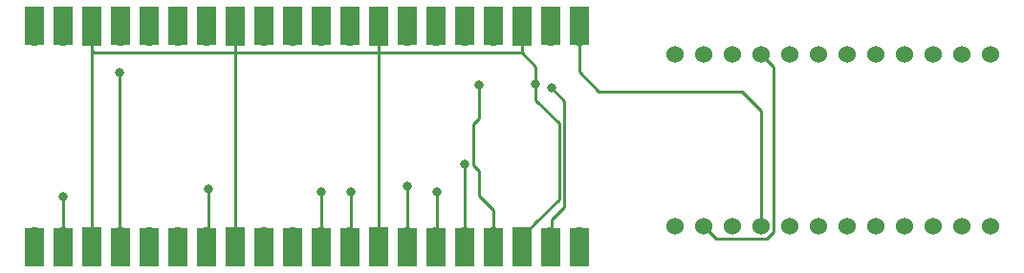
<source format=gbr>
G04 #@! TF.GenerationSoftware,KiCad,Pcbnew,(5.1.6-0-10_14)*
G04 #@! TF.CreationDate,2022-05-05T21:05:38+09:00*
G04 #@! TF.ProjectId,cool640x2,636f6f6c-3634-4307-9832-2e6b69636164,rev?*
G04 #@! TF.SameCoordinates,Original*
G04 #@! TF.FileFunction,Copper,L2,Bot*
G04 #@! TF.FilePolarity,Positive*
%FSLAX46Y46*%
G04 Gerber Fmt 4.6, Leading zero omitted, Abs format (unit mm)*
G04 Created by KiCad (PCBNEW (5.1.6-0-10_14)) date 2022-05-05 21:05:38*
%MOMM*%
%LPD*%
G01*
G04 APERTURE LIST*
G04 #@! TA.AperFunction,SMDPad,CuDef*
%ADD10R,1.700000X3.500000*%
G04 #@! TD*
G04 #@! TA.AperFunction,ComponentPad*
%ADD11O,1.700000X1.700000*%
G04 #@! TD*
G04 #@! TA.AperFunction,ComponentPad*
%ADD12R,1.700000X1.700000*%
G04 #@! TD*
G04 #@! TA.AperFunction,ComponentPad*
%ADD13C,1.524000*%
G04 #@! TD*
G04 #@! TA.AperFunction,ViaPad*
%ADD14C,0.800000*%
G04 #@! TD*
G04 #@! TA.AperFunction,Conductor*
%ADD15C,0.250000*%
G04 #@! TD*
G04 APERTURE END LIST*
D10*
X64570000Y-81280000D03*
X67110000Y-81280000D03*
X69650000Y-81280000D03*
X72190000Y-81280000D03*
X74730000Y-81280000D03*
X77270000Y-81280000D03*
X79810000Y-81280000D03*
X82350000Y-81280000D03*
X84890000Y-81280000D03*
X87430000Y-81280000D03*
X89970000Y-81280000D03*
X92510000Y-81280000D03*
X95050000Y-81280000D03*
X97590000Y-81280000D03*
X100130000Y-81280000D03*
X102670000Y-81280000D03*
X105210000Y-81280000D03*
X107750000Y-81280000D03*
X110290000Y-81280000D03*
X112830000Y-81280000D03*
X64570000Y-100860000D03*
X67110000Y-100860000D03*
X69650000Y-100860000D03*
X72190000Y-100860000D03*
X74730000Y-100860000D03*
X77270000Y-100860000D03*
X79810000Y-100860000D03*
X82350000Y-100860000D03*
X84890000Y-100860000D03*
X87430000Y-100860000D03*
X89970000Y-100860000D03*
X92510000Y-100860000D03*
X95050000Y-100860000D03*
X97590000Y-100860000D03*
X100130000Y-100860000D03*
X102670000Y-100860000D03*
X105210000Y-100860000D03*
X107750000Y-100860000D03*
X110290000Y-100860000D03*
X112830000Y-100860000D03*
D11*
X112830000Y-82180000D03*
X110290000Y-82180000D03*
D12*
X107750000Y-82180000D03*
D11*
X105210000Y-82180000D03*
X102670000Y-82180000D03*
X100130000Y-82180000D03*
X97590000Y-82180000D03*
D12*
X95050000Y-82180000D03*
D11*
X92510000Y-82180000D03*
X89970000Y-82180000D03*
X87430000Y-82180000D03*
X84890000Y-82180000D03*
D12*
X82350000Y-82180000D03*
D11*
X79810000Y-82180000D03*
X77270000Y-82180000D03*
X74730000Y-82180000D03*
X72190000Y-82180000D03*
D12*
X69650000Y-82180000D03*
D11*
X67110000Y-82180000D03*
X64570000Y-82180000D03*
X64570000Y-99960000D03*
X67110000Y-99960000D03*
D12*
X69650000Y-99960000D03*
D11*
X72190000Y-99960000D03*
X74730000Y-99960000D03*
X77270000Y-99960000D03*
X79810000Y-99960000D03*
D12*
X82350000Y-99960000D03*
D11*
X84890000Y-99960000D03*
X87430000Y-99960000D03*
X89970000Y-99960000D03*
X92510000Y-99960000D03*
D12*
X95050000Y-99960000D03*
D11*
X97590000Y-99960000D03*
X100130000Y-99960000D03*
X102670000Y-99960000D03*
X105210000Y-99960000D03*
D12*
X107750000Y-99960000D03*
D11*
X110290000Y-99960000D03*
X112830000Y-99960000D03*
D13*
X121362000Y-99058600D03*
X123902000Y-99058600D03*
X126442000Y-99058600D03*
X128982000Y-99058600D03*
X131522000Y-99058600D03*
X134062000Y-99058600D03*
X136602000Y-99058600D03*
X139142000Y-99058600D03*
X141682000Y-99058600D03*
X144222000Y-99058600D03*
X146762000Y-99058600D03*
X149302000Y-99058600D03*
X149302000Y-83838600D03*
X146762000Y-83838600D03*
X144222000Y-83838600D03*
X141682000Y-83838600D03*
X139142000Y-83838600D03*
X136602000Y-83838600D03*
X134062000Y-83838600D03*
X131522000Y-83838600D03*
X128982000Y-83838600D03*
X126442000Y-83838600D03*
X123902000Y-83838600D03*
X121362000Y-83838600D03*
D14*
X102670000Y-93570000D03*
X104010000Y-86490000D03*
X92630000Y-95970000D03*
X100250000Y-95960000D03*
X67180000Y-96380000D03*
X79980000Y-95760000D03*
X89970000Y-95950000D03*
X109010000Y-86460000D03*
X110390000Y-86790000D03*
X72170000Y-85380000D03*
X97630000Y-95470000D03*
D15*
X103100000Y-99530000D02*
X102670000Y-99960000D01*
X102670000Y-99960000D02*
X102670000Y-93570000D01*
X105280000Y-99890000D02*
X105210000Y-99960000D01*
X105210000Y-97560000D02*
X105210000Y-99960000D01*
X103990000Y-96340000D02*
X105210000Y-97560000D01*
X103990000Y-94150000D02*
X103990000Y-96340000D01*
X103430000Y-93590000D02*
X103990000Y-94150000D01*
X103430000Y-90000000D02*
X103430000Y-93590000D01*
X103990000Y-89440000D02*
X103430000Y-90000000D01*
X103990000Y-86510000D02*
X103990000Y-89440000D01*
X104010000Y-86490000D02*
X103990000Y-86510000D01*
X92630000Y-99840000D02*
X92510000Y-99960000D01*
X92630000Y-95970000D02*
X92630000Y-99840000D01*
X100250000Y-99840000D02*
X100130000Y-99960000D01*
X100250000Y-95960000D02*
X100250000Y-99840000D01*
X67180000Y-99890000D02*
X67110000Y-99960000D01*
X67180000Y-96380000D02*
X67180000Y-99890000D01*
X79980000Y-99790000D02*
X79810000Y-99960000D01*
X79980000Y-95760000D02*
X79980000Y-99790000D01*
X89970000Y-95950000D02*
X89970000Y-99960000D01*
X130069001Y-84925601D02*
X128982000Y-83838600D01*
X129503761Y-100145601D02*
X130069001Y-99580361D01*
X130069001Y-99580361D02*
X130069001Y-84925601D01*
X124989001Y-100145601D02*
X129503761Y-100145601D01*
X123902000Y-99058600D02*
X124989001Y-100145601D01*
X107750000Y-83630000D02*
X107750000Y-82180000D01*
X107750000Y-83630000D02*
X95060000Y-83630000D01*
X95050000Y-83620000D02*
X95050000Y-82180000D01*
X95060000Y-83630000D02*
X95050000Y-83620000D01*
X95060000Y-83630000D02*
X82420000Y-83630000D01*
X82350000Y-83560000D02*
X82350000Y-82180000D01*
X82420000Y-83630000D02*
X82350000Y-83560000D01*
X82420000Y-83630000D02*
X69900000Y-83630000D01*
X69650000Y-83380000D02*
X69650000Y-82180000D01*
X69900000Y-83630000D02*
X69650000Y-83380000D01*
X82350000Y-99960000D02*
X82350000Y-82180000D01*
X69650000Y-99960000D02*
X69650000Y-82180000D01*
X95050000Y-99960000D02*
X95050000Y-82180000D01*
X109010000Y-98700000D02*
X107750000Y-99960000D01*
X111059990Y-89919990D02*
X111059990Y-96650010D01*
X111059990Y-96650010D02*
X109010000Y-98700000D01*
X109010000Y-87870000D02*
X111059990Y-89919990D01*
X107750000Y-83630000D02*
X109010000Y-84890000D01*
X109010000Y-84890000D02*
X109010000Y-86460000D01*
X109010000Y-86460000D02*
X109010000Y-87870000D01*
X110390000Y-99860000D02*
X110290000Y-99960000D01*
X111510000Y-97340000D02*
X110390000Y-98460000D01*
X110390000Y-98460000D02*
X110390000Y-99860000D01*
X111510000Y-87910000D02*
X111510000Y-97340000D01*
X110390000Y-86790000D02*
X111510000Y-87910000D01*
X114600000Y-87090000D02*
X112830000Y-85320000D01*
X128982000Y-88812000D02*
X127260000Y-87090000D01*
X112830000Y-85320000D02*
X112830000Y-82180000D01*
X127260000Y-87090000D02*
X114600000Y-87090000D01*
X128982000Y-99058600D02*
X128982000Y-88812000D01*
X72170000Y-99940000D02*
X72190000Y-99960000D01*
X72170000Y-85380000D02*
X72170000Y-99940000D01*
X97630000Y-99920000D02*
X97590000Y-99960000D01*
X97630000Y-95470000D02*
X97630000Y-99920000D01*
M02*

</source>
